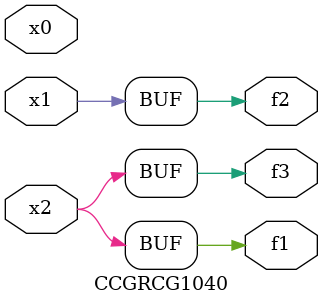
<source format=v>
module CCGRCG1040(
	input x0, x1, x2,
	output f1, f2, f3
);
	assign f1 = x2;
	assign f2 = x1;
	assign f3 = x2;
endmodule

</source>
